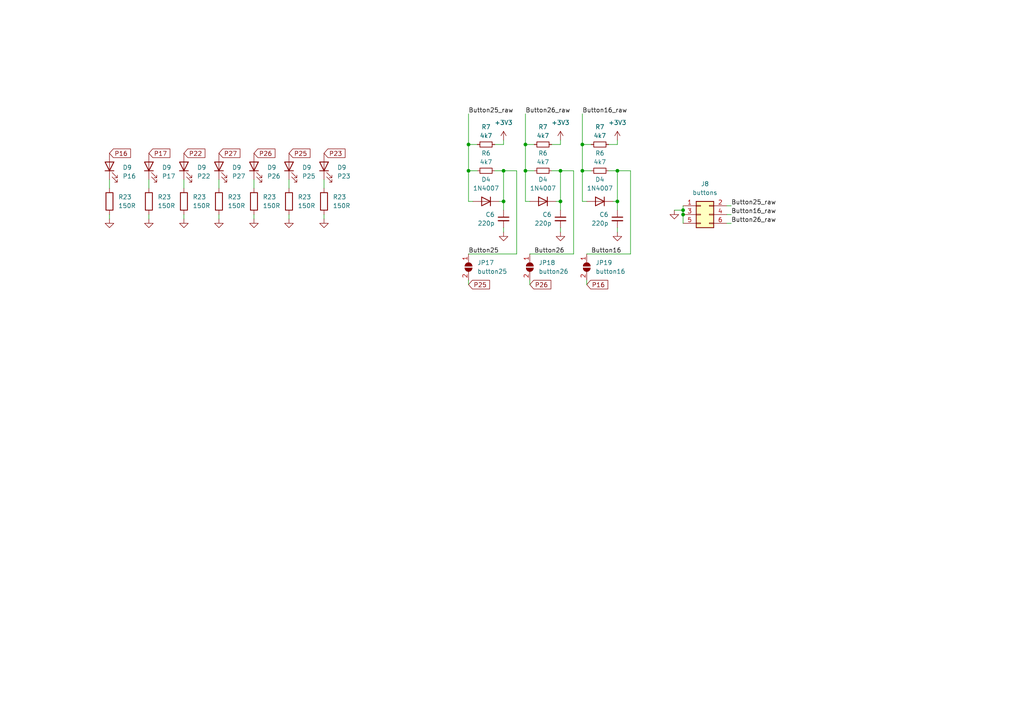
<source format=kicad_sch>
(kicad_sch (version 20231120) (generator "eeschema") (generator_version "8.0")
  (paper "A4")
  (lib_symbols
    (symbol "Connector_Generic:Conn_02x03_Odd_Even" (pin_names (offset 1.016) hide)
      (property "Reference" "J" (at 1.27 5.08 0))
      (property "Value" "Conn_02x03_Odd_Even" (at 1.27 -5.08 0))
      (symbol "Conn_02x03_Odd_Even_1_1"
        (rectangle (start -1.27 -2.413) (end 0 -2.667) (stroke (width 0.1524)))
        (rectangle (start -1.27 0.127) (end 0 -0.127) (stroke (width 0.1524)))
        (rectangle (start -1.27 2.667) (end 0 2.413) (stroke (width 0.1524)))
        (rectangle (start -1.27 3.81) (end 3.81 -3.81) (stroke (width 0.254)) (fill (type background)))
        (rectangle (start 3.81 -2.413) (end 2.54 -2.667) (stroke (width 0.1524)))
        (rectangle (start 3.81 0.127) (end 2.54 -0.127) (stroke (width 0.1524)))
        (rectangle (start 3.81 2.667) (end 2.54 2.413) (stroke (width 0.1524)))
        (pin passive line (at -5.08 2.54 0) (length 3.81) (name "Pin_1") (number "1"))
        (pin passive line (at 7.62 2.54 180) (length 3.81) (name "Pin_2") (number "2"))
        (pin passive line (at -5.08 0 0) (length 3.81) (name "Pin_3") (number "3"))
        (pin passive line (at 7.62 0 180) (length 3.81) (name "Pin_4") (number "4"))
        (pin passive line (at -5.08 -2.54 0) (length 3.81) (name "Pin_5") (number "5"))
        (pin passive line (at 7.62 -2.54 180) (length 3.81) (name "Pin_6") (number "6"))
      )
    )
    (symbol "Device:C_Small" (pin_numbers hide) (pin_names (offset 0.254) hide)
      (property "Reference" "C" (at 0.254 1.778 0))
      (property "Value" "C_Small" (at 0.254 -2.032 0))
      (symbol "C_Small_0_1"
        (polyline (pts (xy -1.524 -0.508) (xy 1.524 -0.508)) (stroke (width 0.3302)))
        (polyline (pts (xy -1.524 0.508) (xy 1.524 0.508)) (stroke (width 0.3048)))
      )
      (symbol "C_Small_1_1"
        (pin passive line (at 0 2.54 270) (length 2.032) (name "~") (number "1"))
        (pin passive line (at 0 -2.54 90) (length 2.032) (name "~") (number "2"))
      )
    )
    (symbol "Device:LED" (pin_numbers hide) (pin_names (offset 1.016) hide)
      (property "Reference" "D" (at 0 2.54 0))
      (property "Value" "LED" (at 0 -2.54 0))
      (symbol "LED_0_1"
        (polyline (pts (xy -1.27 -1.27) (xy -1.27 1.27)) (stroke (width 0.254)))
        (polyline (pts (xy -1.27 0) (xy 1.27 0)))
        (polyline (pts (xy 1.27 -1.27) (xy 1.27 1.27) (xy -1.27 0) (xy 1.27 -1.27)) (stroke (width 0.254)))
        (polyline (pts (xy -3.048 -0.762) (xy -4.572 -2.286) (xy -3.81 -2.286) (xy -4.572 -2.286) (xy -4.572 -1.524)))
        (polyline (pts (xy -1.778 -0.762) (xy -3.302 -2.286) (xy -2.54 -2.286) (xy -3.302 -2.286) (xy -3.302 -1.524)))
      )
      (symbol "LED_1_1"
        (pin passive line (at -3.81 0 0) (length 2.54) (name "K") (number "1"))
        (pin passive line (at 3.81 0 180) (length 2.54) (name "A") (number "2"))
      )
    )
    (symbol "Device:R" (pin_numbers hide) (pin_names (offset 0))
      (property "Reference" "R" (at 2.032 0 90))
      (property "Value" "R" (at 0 0 90))
      (symbol "R_0_1"
        (rectangle (start -1.016 -2.54) (end 1.016 2.54) (stroke (width 0.254)))
      )
      (symbol "R_1_1"
        (pin passive line (at 0 3.81 270) (length 1.27) (name "~") (number "1"))
        (pin passive line (at 0 -3.81 90) (length 1.27) (name "~") (number "2"))
      )
    )
    (symbol "Device:R_Small" (pin_numbers hide) (pin_names (offset 0.254) hide)
      (property "Reference" "R" (at 0.762 0.508 0))
      (property "Value" "R_Small" (at 0.762 -1.016 0))
      (symbol "R_Small_0_1"
        (rectangle (start -0.762 1.778) (end 0.762 -1.778) (stroke (width 0.2032)))
      )
      (symbol "R_Small_1_1"
        (pin passive line (at 0 2.54 270) (length 0.762) (name "~") (number "1"))
        (pin passive line (at 0 -2.54 90) (length 0.762) (name "~") (number "2"))
      )
    )
    (symbol "Diode:1N4007" (pin_numbers hide) (pin_names hide)
      (property "Reference" "D" (at 0 2.54 0))
      (property "Value" "1N4007" (at 0 -2.54 0))
      (symbol "1N4007_0_1"
        (polyline (pts (xy -1.27 1.27) (xy -1.27 -1.27)) (stroke (width 0.254)))
        (polyline (pts (xy 1.27 0) (xy -1.27 0)))
        (polyline (pts (xy 1.27 1.27) (xy 1.27 -1.27) (xy -1.27 0) (xy 1.27 1.27)) (stroke (width 0.254)))
      )
      (symbol "1N4007_1_1"
        (pin passive line (at -3.81 0 0) (length 2.54) (name "K") (number "1"))
        (pin passive line (at 3.81 0 180) (length 2.54) (name "A") (number "2"))
      )
    )
    (symbol "Jumper:SolderJumper_2_Open" (pin_names (offset 0) hide)
      (property "Reference" "JP" (at 0 2.032 0))
      (property "Value" "SolderJumper_2_Open" (at 0 -2.54 0))
      (symbol "SolderJumper_2_Open_0_1"
        (arc (start -0.254 1.016) (mid -1.2656 0) (end -0.254 -1.016))
        (arc (start -0.254 1.016) (mid -1.2656 0) (end -0.254 -1.016) (fill (type outline)))
        (polyline (pts (xy -0.254 1.016) (xy -0.254 -1.016)))
        (polyline (pts (xy 0.254 1.016) (xy 0.254 -1.016)))
        (arc (start 0.254 -1.016) (mid 1.2656 0) (end 0.254 1.016))
        (arc (start 0.254 -1.016) (mid 1.2656 0) (end 0.254 1.016) (fill (type outline)))
      )
      (symbol "SolderJumper_2_Open_1_1"
        (pin passive line (at -3.81 0 0) (length 2.54) (name "A") (number "1"))
        (pin passive line (at 3.81 0 180) (length 2.54) (name "B") (number "2"))
      )
    )
    (symbol "power:+3V3" (power) (pin_names (offset 0))
      (property "Value" "+3V3" (at 0 3.556 0))
      (symbol "+3V3_0_1"
        (polyline (pts (xy -0.762 1.27) (xy 0 2.54)))
        (polyline (pts (xy 0 0) (xy 0 2.54)))
        (polyline (pts (xy 0 2.54) (xy 0.762 1.27)))
      )
      (symbol "+3V3_1_1"
        (pin power_in line (at 0 0 90) (length 0) hide (name "+3V3") (number "1"))
      )
    )
    (symbol "power:GND" (power) (pin_names (offset 0))
      (property "Value" "GND" (at 0 -3.81 0))
      (symbol "GND_0_1"
        (polyline (pts (xy 0 0) (xy 0 -1.27) (xy 1.27 -1.27) (xy 0 -2.54) (xy -1.27 -1.27) (xy 0 -1.27)))
      )
      (symbol "GND_1_1"
        (pin power_in line (at 0 0 270) (length 0) hide (name "GND") (number "1"))
      )
    )
  )
  (junction (at 146.05 58.42))
  (junction (at 135.89 49.53))
  (junction (at 146.05 49.53))
  (junction (at 152.4 49.53))
  (junction (at 152.4 41.91))
  (junction (at 198.12 60.96))
  (junction (at 162.56 58.42))
  (junction (at 179.07 49.53))
  (junction (at 179.07 58.42))
  (junction (at 168.91 41.91))
  (junction (at 198.12 62.23))
  (junction (at 135.89 41.91))
  (junction (at 162.56 49.53))
  (junction (at 168.91 49.53))
  (wire (pts (xy 168.91 58.42) (xy 168.91 49.53)))
  (wire (pts (xy 63.5 63.5) (xy 63.5 62.23)))
  (wire (pts (xy 135.89 41.91) (xy 135.89 49.53)))
  (wire (pts (xy 179.07 58.42) (xy 179.07 60.96)))
  (wire (pts (xy 168.91 49.53) (xy 171.45 49.53)))
  (wire (pts (xy 146.05 58.42) (xy 146.05 60.96)))
  (wire (pts (xy 195.58 60.96) (xy 198.12 60.96)))
  (wire (pts (xy 212.09 62.23) (xy 210.82 62.23)))
  (wire (pts (xy 73.66 54.61) (xy 73.66 52.07)))
  (wire (pts (xy 152.4 58.42) (xy 152.4 49.53)))
  (wire (pts (xy 168.91 41.91) (xy 171.45 41.91)))
  (wire (pts (xy 212.09 59.69) (xy 210.82 59.69)))
  (wire (pts (xy 198.12 60.96) (xy 198.12 62.23)))
  (wire (pts (xy 93.98 54.61) (xy 93.98 52.07)))
  (wire (pts (xy 152.4 41.91) (xy 154.94 41.91)))
  (wire (pts (xy 135.89 33.02) (xy 135.89 41.91)))
  (wire (pts (xy 152.4 33.02) (xy 152.4 41.91)))
  (wire (pts (xy 135.89 58.42) (xy 135.89 49.53)))
  (wire (pts (xy 135.89 82.55) (xy 135.89 81.28)))
  (wire (pts (xy 168.91 58.42) (xy 170.18 58.42)))
  (wire (pts (xy 182.88 49.53) (xy 179.07 49.53)))
  (wire (pts (xy 212.09 64.77) (xy 210.82 64.77)))
  (wire (pts (xy 168.91 33.02) (xy 168.91 41.91)))
  (wire (pts (xy 162.56 41.91) (xy 160.02 41.91)))
  (wire (pts (xy 135.89 49.53) (xy 138.43 49.53)))
  (wire (pts (xy 162.56 66.04) (xy 162.56 67.31)))
  (wire (pts (xy 143.51 49.53) (xy 146.05 49.53)))
  (wire (pts (xy 198.12 62.23) (xy 198.12 64.77)))
  (wire (pts (xy 146.05 58.42) (xy 144.78 58.42)))
  (wire (pts (xy 53.34 63.5) (xy 53.34 62.23)))
  (wire (pts (xy 179.07 66.04) (xy 179.07 67.31)))
  (wire (pts (xy 152.4 58.42) (xy 153.67 58.42)))
  (wire (pts (xy 149.86 73.66) (xy 149.86 49.53)))
  (wire (pts (xy 170.18 82.55) (xy 170.18 81.28)))
  (wire (pts (xy 179.07 41.91) (xy 176.53 41.91)))
  (wire (pts (xy 160.02 49.53) (xy 162.56 49.53)))
  (wire (pts (xy 135.89 58.42) (xy 137.16 58.42)))
  (wire (pts (xy 73.66 63.5) (xy 73.66 62.23)))
  (wire (pts (xy 182.88 73.66) (xy 182.88 49.53)))
  (wire (pts (xy 153.67 73.66) (xy 166.37 73.66)))
  (wire (pts (xy 162.56 49.53) (xy 162.56 58.42)))
  (wire (pts (xy 176.53 49.53) (xy 179.07 49.53)))
  (wire (pts (xy 146.05 41.91) (xy 143.51 41.91)))
  (wire (pts (xy 135.89 73.66) (xy 149.86 73.66)))
  (wire (pts (xy 53.34 54.61) (xy 53.34 52.07)))
  (wire (pts (xy 43.18 63.5) (xy 43.18 62.23)))
  (wire (pts (xy 162.56 58.42) (xy 162.56 60.96)))
  (wire (pts (xy 152.4 41.91) (xy 152.4 49.53)))
  (wire (pts (xy 179.07 40.64) (xy 179.07 41.91)))
  (wire (pts (xy 153.67 82.55) (xy 153.67 81.28)))
  (wire (pts (xy 43.18 54.61) (xy 43.18 52.07)))
  (wire (pts (xy 149.86 49.53) (xy 146.05 49.53)))
  (wire (pts (xy 168.91 41.91) (xy 168.91 49.53)))
  (wire (pts (xy 31.75 63.5) (xy 31.75 62.23)))
  (wire (pts (xy 83.82 63.5) (xy 83.82 62.23)))
  (wire (pts (xy 31.75 54.61) (xy 31.75 52.07)))
  (wire (pts (xy 83.82 54.61) (xy 83.82 52.07)))
  (wire (pts (xy 166.37 49.53) (xy 162.56 49.53)))
  (wire (pts (xy 170.18 73.66) (xy 182.88 73.66)))
  (wire (pts (xy 135.89 41.91) (xy 138.43 41.91)))
  (wire (pts (xy 146.05 66.04) (xy 146.05 67.31)))
  (wire (pts (xy 179.07 49.53) (xy 179.07 58.42)))
  (wire (pts (xy 198.12 59.69) (xy 198.12 60.96)))
  (wire (pts (xy 93.98 63.5) (xy 93.98 62.23)))
  (wire (pts (xy 162.56 58.42) (xy 161.29 58.42)))
  (wire (pts (xy 63.5 54.61) (xy 63.5 52.07)))
  (wire (pts (xy 152.4 49.53) (xy 154.94 49.53)))
  (wire (pts (xy 162.56 40.64) (xy 162.56 41.91)))
  (wire (pts (xy 146.05 49.53) (xy 146.05 58.42)))
  (wire (pts (xy 166.37 73.66) (xy 166.37 49.53)))
  (wire (pts (xy 179.07 58.42) (xy 177.8 58.42)))
  (wire (pts (xy 146.05 40.64) (xy 146.05 41.91)))
  (label "Button26" (at 154.94 73.66 0))
  (label "Button26_raw" (at 212.09 64.77 0))
  (label "Button25_raw" (at 212.09 59.69 0))
  (label "Button25_raw" (at 135.89 33.02 0))
  (label "Button25" (at 135.89 73.66 0))
  (label "Button16" (at 171.45 73.66 0))
  (label "Button26_raw" (at 152.4 33.02 0))
  (label "Button16_raw" (at 168.91 33.02 0))
  (label "Button16_raw" (at 212.09 62.23 0))
  (global_label "P25" (shape input) (at 135.89 82.55 0) (property "Intersheetrefs" "${INTERSHEET_REFS}" (effects (hide yes))))
  (global_label "P27" (shape input) (at 63.5 44.45 0) (property "Intersheetrefs" "${INTERSHEET_REFS}" (effects (hide yes))))
  (global_label "P26" (shape input) (at 153.67 82.55 0) (property "Intersheetrefs" "${INTERSHEET_REFS}" (effects (hide yes))))
  (global_label "P26" (shape input) (at 73.66 44.45 0) (property "Intersheetrefs" "${INTERSHEET_REFS}" (effects (hide yes))))
  (global_label "P23" (shape input) (at 93.98 44.45 0) (property "Intersheetrefs" "${INTERSHEET_REFS}" (effects (hide yes))))
  (global_label "P16" (shape input) (at 170.18 82.55 0) (property "Intersheetrefs" "${INTERSHEET_REFS}" (effects (hide yes))))
  (global_label "P25" (shape input) (at 83.82 44.45 0) (property "Intersheetrefs" "${INTERSHEET_REFS}" (effects (hide yes))))
  (global_label "P17" (shape input) (at 43.18 44.45 0) (property "Intersheetrefs" "${INTERSHEET_REFS}" (effects (hide yes))))
  (global_label "P16" (shape input) (at 31.75 44.45 0) (property "Intersheetrefs" "${INTERSHEET_REFS}" (effects (hide yes))))
  (global_label "P22" (shape input) (at 53.34 44.45 0) (property "Intersheetrefs" "${INTERSHEET_REFS}" (effects (hide yes))))
  (symbol (lib_id "Diode:1N4007") (at 157.48 58.42 0) (mirror y) (unit 1)
    (property "Reference" "D4" (at 157.48 52.07 0))
    (property "Value" "1N4007" (at 157.48 54.61 0))
    (property "Footprint" "Diode_SMD:D_MiniMELF" (effects (hide yes)))
    (property "Datasheet" "http://www.vishay.com/docs/88503/1n4001.pdf" (effects (hide yes)))
    (property "Sim.Device" "D" (effects (hide yes)))
    (property "Sim.Pins" "1=K 2=A" (effects (hide yes)))
    (instances (project "rearbox_nucleo_1" (path "" (reference "D4") (unit 1))) (project "RpiHat" (path "" (reference "D9") (unit 1)) (path "" (reference "D11") (unit 1))))
  )
  (symbol (lib_id "Device:R") (at 63.5 58.42 0) (unit 1)
    (property "Reference" "R22" (at 66.04 57.15 0) (effects (justify left)))
    (property "Value" "150R" (at 66.04 59.69 0) (effects (justify left)))
    (property "Footprint" "Resistor_SMD:R_0603_1608Metric" (effects (hide yes)))
    (instances (project "rearbox_nucleo_1" (path "" (reference "R23") (unit 1)) (path "" (reference "R22") (unit 1))) (project "RpiHat" (path "" (reference "R26") (unit 1)) (path "" (reference "R34") (unit 1)) (path "" (reference "R7") (unit 1))) (project "BMS_MASTER_STM32F105RC" (path "" (reference "R17") (unit 1))))
  )
  (symbol (lib_id "Device:LED") (at 43.18 48.26 90) (unit 1)
    (property "Reference" "D5" (at 46.99 48.5775 90) (effects (justify right)))
    (property "Value" "P17" (at 46.99 51.1175 90) (effects (justify right)))
    (property "Footprint" "LED_SMD:LED_0603_1608Metric" (effects (hide yes)))
    (instances (project "rearbox_nucleo_1" (path "" (reference "D9") (unit 1)) (path "" (reference "D5") (unit 1))) (project "RpiHat" (path "" (reference "D21") (unit 1)) (path "" (reference "D14") (unit 1)) (path "" (reference "D4") (unit 1))) (project "BMS_MASTER_STM32F105RC" (path "" (reference "D1") (unit 1))))
  )
  (symbol (lib_id "Device:R") (at 83.82 58.42 0) (unit 1)
    (property "Reference" "R22" (at 86.36 57.15 0) (effects (justify left)))
    (property "Value" "150R" (at 86.36 59.69 0) (effects (justify left)))
    (property "Footprint" "Resistor_SMD:R_0603_1608Metric" (effects (hide yes)))
    (instances (project "rearbox_nucleo_1" (path "" (reference "R23") (unit 1)) (path "" (reference "R22") (unit 1))) (project "RpiHat" (path "" (reference "R28") (unit 1)) (path "" (reference "R36") (unit 1)) (path "" (reference "R7") (unit 1))) (project "BMS_MASTER_STM32F105RC" (path "" (reference "R17") (unit 1))))
  )
  (symbol (lib_id "Jumper:SolderJumper_2_Open") (at 135.89 77.47 270) (unit 1)
    (property "Reference" "JP17" (at 138.43 76.2 90) (effects (justify left)))
    (property "Value" "button25" (at 138.43 78.74 90) (effects (justify left)))
    (property "Footprint" "Jumper:SolderJumper-2_P1.3mm_Open_Pad1.0x1.5mm" (effects (hide yes)))
  )
  (symbol (lib_id "Connector_Generic:Conn_02x03_Odd_Even") (at 203.2 62.23 0) (unit 1)
    (property "Reference" "J8" (at 204.47 53.34 0))
    (property "Value" "buttons" (at 204.47 55.88 0))
    (property "Footprint" "Connector_IDC:IDC-Header_2x03_P2.54mm_Vertical" (effects (hide yes)))
  )
  (symbol (lib_id "Device:C_Small") (at 179.07 63.5 0) (mirror y) (unit 1)
    (property "Reference" "C6" (at 176.53 62.2363 0) (effects (justify left)))
    (property "Value" "220p" (at 176.53 64.7763 0) (effects (justify left)))
    (property "Footprint" "Capacitor_SMD:C_0805_2012Metric" (effects (hide yes)))
    (instances (project "rearbox_nucleo_1" (path "" (reference "C6") (unit 1))) (project "RpiHat" (path "" (reference "C13") (unit 1)) (path "" (reference "C15") (unit 1))))
  )
  (symbol (lib_id "power:GND") (at 93.98 63.5 0) (unit 1)
    (property "Reference" "#PWR0104" (effects (hide yes)))
    (property "Value" "GND" (effects (hide yes)))
    (instances (project "rearbox_nucleo_1" (path "" (reference "#PWR0128") (unit 1)) (path "" (reference "#PWR0104") (unit 1))) (project "RpiHat" (path "" (reference "#PWR065") (unit 1)) (path "" (reference "#PWR073") (unit 1)) (path "" (reference "#PWR029") (unit 1))) (project "BMS_MASTER_STM32F105RC" (path "" (reference "#PWR080") (unit 1))))
  )
  (symbol (lib_id "Device:R_Small") (at 173.99 41.91 90) (unit 1)
    (property "Reference" "R7" (at 173.99 36.83 90))
    (property "Value" "4k7" (at 173.99 39.37 90))
    (property "Footprint" "Resistor_SMD:R_0603_1608Metric" (effects (hide yes)))
    (instances (project "rearbox_nucleo_1" (path "" (reference "R7") (unit 1))) (project "RpiHat" (path "" (reference "R23") (unit 1)) (path "" (reference "R20") (unit 1))))
  )
  (symbol (lib_id "Diode:1N4007") (at 173.99 58.42 0) (mirror y) (unit 1)
    (property "Reference" "D4" (at 173.99 52.07 0))
    (property "Value" "1N4007" (at 173.99 54.61 0))
    (property "Footprint" "Diode_SMD:D_MiniMELF" (effects (hide yes)))
    (property "Datasheet" "http://www.vishay.com/docs/88503/1n4001.pdf" (effects (hide yes)))
    (property "Sim.Device" "D" (effects (hide yes)))
    (property "Sim.Pins" "1=K 2=A" (effects (hide yes)))
    (instances (project "rearbox_nucleo_1" (path "" (reference "D4") (unit 1))) (project "RpiHat" (path "" (reference "D10") (unit 1)) (path "" (reference "D12") (unit 1))))
  )
  (symbol (lib_id "power:GND") (at 73.66 63.5 0) (unit 1)
    (property "Reference" "#PWR0104" (effects (hide yes)))
    (property "Value" "GND" (effects (hide yes)))
    (instances (project "rearbox_nucleo_1" (path "" (reference "#PWR0128") (unit 1)) (path "" (reference "#PWR0104") (unit 1))) (project "RpiHat" (path "" (reference "#PWR062") (unit 1)) (path "" (reference "#PWR070") (unit 1)) (path "" (reference "#PWR029") (unit 1))) (project "BMS_MASTER_STM32F105RC" (path "" (reference "#PWR080") (unit 1))))
  )
  (symbol (lib_id "power:GND") (at 162.56 67.31 0) (unit 1)
    (property "Reference" "#PWR057" (effects (hide yes)))
    (property "Value" "GND" (effects (hide yes)))
    (instances (project "rearbox_nucleo_1" (path "" (reference "#PWR057") (unit 1))) (project "RpiHat" (path "" (reference "#PWR057") (unit 1)) (path "" (reference "#PWR062") (unit 1))))
  )
  (symbol (lib_id "Device:LED") (at 53.34 48.26 90) (unit 1)
    (property "Reference" "D5" (at 57.15 48.5775 90) (effects (justify right)))
    (property "Value" "P22" (at 57.15 51.1175 90) (effects (justify right)))
    (property "Footprint" "LED_SMD:LED_0603_1608Metric" (effects (hide yes)))
    (instances (project "rearbox_nucleo_1" (path "" (reference "D9") (unit 1)) (path "" (reference "D5") (unit 1))) (project "RpiHat" (path "" (reference "D11") (unit 1)) (path "" (reference "D15") (unit 1)) (path "" (reference "D4") (unit 1))) (project "BMS_MASTER_STM32F105RC" (path "" (reference "D1") (unit 1))))
  )
  (symbol (lib_id "Device:R") (at 73.66 58.42 0) (unit 1)
    (property "Reference" "R22" (at 76.2 57.15 0) (effects (justify left)))
    (property "Value" "150R" (at 76.2 59.69 0) (effects (justify left)))
    (property "Footprint" "Resistor_SMD:R_0603_1608Metric" (effects (hide yes)))
    (instances (project "rearbox_nucleo_1" (path "" (reference "R23") (unit 1)) (path "" (reference "R22") (unit 1))) (project "RpiHat" (path "" (reference "R27") (unit 1)) (path "" (reference "R35") (unit 1)) (path "" (reference "R7") (unit 1))) (project "BMS_MASTER_STM32F105RC" (path "" (reference "R17") (unit 1))))
  )
  (symbol (lib_id "power:GND") (at 195.58 60.96 0) (mirror y) (unit 1)
    (property "Reference" "#PWR057" (effects (hide yes)))
    (property "Value" "GND" (effects (hide yes)))
    (instances (project "rearbox_nucleo_1" (path "" (reference "#PWR057") (unit 1))) (project "RpiHat" (path "" (reference "#PWR059") (unit 1)) (path "" (reference "#PWR022") (unit 1))))
  )
  (symbol (lib_id "Device:LED") (at 83.82 48.26 90) (unit 1)
    (property "Reference" "D5" (at 87.63 48.5775 90) (effects (justify right)))
    (property "Value" "P25" (at 87.63 51.1175 90) (effects (justify right)))
    (property "Footprint" "LED_SMD:LED_0603_1608Metric" (effects (hide yes)))
    (instances (project "rearbox_nucleo_1" (path "" (reference "D9") (unit 1)) (path "" (reference "D5") (unit 1))) (project "RpiHat" (path "" (reference "D14") (unit 1)) (path "" (reference "D20") (unit 1)) (path "" (reference "D4") (unit 1))) (project "BMS_MASTER_STM32F105RC" (path "" (reference "D1") (unit 1))))
  )
  (symbol (lib_id "Device:R_Small") (at 157.48 41.91 90) (unit 1)
    (property "Reference" "R7" (at 157.48 36.83 90))
    (property "Value" "4k7" (at 157.48 39.37 90))
    (property "Footprint" "Resistor_SMD:R_0603_1608Metric" (effects (hide yes)))
    (instances (project "rearbox_nucleo_1" (path "" (reference "R7") (unit 1))) (project "RpiHat" (path "" (reference "R21") (unit 1)) (path "" (reference "R19") (unit 1))))
  )
  (symbol (lib_id "power:+3V3") (at 179.07 40.64 0) (unit 1)
    (property "Reference" "#PWR056" (effects (hide yes)))
    (property "Value" "+3V3" (at 179.07 35.56 0))
    (instances (project "rearbox_nucleo_1" (path "" (reference "#PWR056") (unit 1))) (project "RpiHat" (path "" (reference "#PWR058") (unit 1)) (path "" (reference "#PWR055") (unit 1))))
  )
  (symbol (lib_id "Device:R") (at 43.18 58.42 0) (unit 1)
    (property "Reference" "R22" (at 45.72 57.15 0) (effects (justify left)))
    (property "Value" "150R" (at 45.72 59.69 0) (effects (justify left)))
    (property "Footprint" "Resistor_SMD:R_0603_1608Metric" (effects (hide yes)))
    (instances (project "rearbox_nucleo_1" (path "" (reference "R23") (unit 1)) (path "" (reference "R22") (unit 1))) (project "RpiHat" (path "" (reference "R37") (unit 1)) (path "" (reference "R30") (unit 1)) (path "" (reference "R7") (unit 1))) (project "BMS_MASTER_STM32F105RC" (path "" (reference "R17") (unit 1))))
  )
  (symbol (lib_id "Device:R") (at 93.98 58.42 0) (unit 1)
    (property "Reference" "R22" (at 96.52 57.15 0) (effects (justify left)))
    (property "Value" "150R" (at 96.52 59.69 0) (effects (justify left)))
    (property "Footprint" "Resistor_SMD:R_0603_1608Metric" (effects (hide yes)))
    (instances (project "rearbox_nucleo_1" (path "" (reference "R23") (unit 1)) (path "" (reference "R22") (unit 1))) (project "RpiHat" (path "" (reference "R30") (unit 1)) (path "" (reference "R38") (unit 1)) (path "" (reference "R7") (unit 1))) (project "BMS_MASTER_STM32F105RC" (path "" (reference "R17") (unit 1))))
  )
  (symbol (lib_id "Device:LED") (at 73.66 48.26 90) (unit 1)
    (property "Reference" "D5" (at 77.47 48.5775 90) (effects (justify right)))
    (property "Value" "P26" (at 77.47 51.1175 90) (effects (justify right)))
    (property "Footprint" "LED_SMD:LED_0603_1608Metric" (effects (hide yes)))
    (instances (project "rearbox_nucleo_1" (path "" (reference "D9") (unit 1)) (path "" (reference "D5") (unit 1))) (project "RpiHat" (path "" (reference "D13") (unit 1)) (path "" (reference "D19") (unit 1)) (path "" (reference "D4") (unit 1))) (project "BMS_MASTER_STM32F105RC" (path "" (reference "D1") (unit 1))))
  )
  (symbol (lib_id "Device:R_Small") (at 140.97 41.91 90) (unit 1)
    (property "Reference" "R7" (at 140.97 36.83 90))
    (property "Value" "4k7" (at 140.97 39.37 90))
    (property "Footprint" "Resistor_SMD:R_0603_1608Metric" (effects (hide yes)))
    (instances (project "rearbox_nucleo_1" (path "" (reference "R7") (unit 1))) (project "RpiHat" (path "" (reference "R19") (unit 1)) (path "" (reference "R18") (unit 1))))
  )
  (symbol (lib_id "Diode:1N4007") (at 140.97 58.42 0) (mirror y) (unit 1)
    (property "Reference" "D4" (at 140.97 52.07 0))
    (property "Value" "1N4007" (at 140.97 54.61 0))
    (property "Footprint" "Diode_SMD:D_MiniMELF" (effects (hide yes)))
    (property "Datasheet" "http://www.vishay.com/docs/88503/1n4001.pdf" (effects (hide yes)))
    (property "Sim.Device" "D" (effects (hide yes)))
    (property "Sim.Pins" "1=K 2=A" (effects (hide yes)))
    (instances (project "rearbox_nucleo_1" (path "" (reference "D4") (unit 1))) (project "RpiHat" (path "" (reference "D8") (unit 1)) (path "" (reference "D10") (unit 1))))
  )
  (symbol (lib_id "power:+3V3") (at 162.56 40.64 0) (unit 1)
    (property "Reference" "#PWR056" (effects (hide yes)))
    (property "Value" "+3V3" (at 162.56 35.56 0))
    (instances (project "rearbox_nucleo_1" (path "" (reference "#PWR056") (unit 1))) (project "RpiHat" (path "" (reference "#PWR056") (unit 1)) (path "" (reference "#PWR054") (unit 1))))
  )
  (symbol (lib_id "power:GND") (at 83.82 63.5 0) (unit 1)
    (property "Reference" "#PWR0104" (effects (hide yes)))
    (property "Value" "GND" (effects (hide yes)))
    (instances (project "rearbox_nucleo_1" (path "" (reference "#PWR0128") (unit 1)) (path "" (reference "#PWR0104") (unit 1))) (project "RpiHat" (path "" (reference "#PWR063") (unit 1)) (path "" (reference "#PWR071") (unit 1)) (path "" (reference "#PWR029") (unit 1))) (project "BMS_MASTER_STM32F105RC" (path "" (reference "#PWR080") (unit 1))))
  )
  (symbol (lib_id "Jumper:SolderJumper_2_Open") (at 153.67 77.47 270) (unit 1)
    (property "Reference" "JP18" (at 156.21 76.2 90) (effects (justify left)))
    (property "Value" "button26" (at 156.21 78.74 90) (effects (justify left)))
    (property "Footprint" "Jumper:SolderJumper-2_P1.3mm_Open_Pad1.0x1.5mm" (effects (hide yes)))
  )
  (symbol (lib_id "Device:R_Small") (at 173.99 49.53 90) (unit 1)
    (property "Reference" "R6" (at 173.99 44.45 90))
    (property "Value" "4k7" (at 173.99 46.99 90))
    (property "Footprint" "Resistor_SMD:R_0603_1608Metric" (effects (hide yes)))
    (instances (project "rearbox_nucleo_1" (path "" (reference "R6") (unit 1))) (project "RpiHat" (path "" (reference "R24") (unit 1)) (path "" (reference "R28") (unit 1))))
  )
  (symbol (lib_id "Device:R") (at 31.75 58.42 0) (unit 1)
    (property "Reference" "R22" (at 34.29 57.15 0) (effects (justify left)))
    (property "Value" "150R" (at 34.29 59.69 0) (effects (justify left)))
    (property "Footprint" "Resistor_SMD:R_0603_1608Metric" (effects (hide yes)))
    (instances (project "rearbox_nucleo_1" (path "" (reference "R23") (unit 1)) (path "" (reference "R22") (unit 1))) (project "RpiHat" (path "" (reference "R38") (unit 1)) (path "" (reference "R29") (unit 1)) (path "" (reference "R7") (unit 1))) (project "BMS_MASTER_STM32F105RC" (path "" (reference "R17") (unit 1))))
  )
  (symbol (lib_id "Device:LED") (at 63.5 48.26 90) (unit 1)
    (property "Reference" "D5" (at 67.31 48.5775 90) (effects (justify right)))
    (property "Value" "P27" (at 67.31 51.1175 90) (effects (justify right)))
    (property "Footprint" "LED_SMD:LED_0603_1608Metric" (effects (hide yes)))
    (instances (project "rearbox_nucleo_1" (path "" (reference "D9") (unit 1)) (path "" (reference "D5") (unit 1))) (project "RpiHat" (path "" (reference "D12") (unit 1)) (path "" (reference "D16") (unit 1)) (path "" (reference "D4") (unit 1))) (project "BMS_MASTER_STM32F105RC" (path "" (reference "D1") (unit 1))))
  )
  (symbol (lib_id "power:GND") (at 43.18 63.5 0) (unit 1)
    (property "Reference" "#PWR0104" (effects (hide yes)))
    (property "Value" "GND" (effects (hide yes)))
    (instances (project "rearbox_nucleo_1" (path "" (reference "#PWR0128") (unit 1)) (path "" (reference "#PWR0104") (unit 1))) (project "RpiHat" (path "" (reference "#PWR072") (unit 1)) (path "" (reference "#PWR065") (unit 1)) (path "" (reference "#PWR029") (unit 1))) (project "BMS_MASTER_STM32F105RC" (path "" (reference "#PWR080") (unit 1))))
  )
  (symbol (lib_id "Device:R") (at 53.34 58.42 0) (unit 1)
    (property "Reference" "R22" (at 55.88 57.15 0) (effects (justify left)))
    (property "Value" "150R" (at 55.88 59.69 0) (effects (justify left)))
    (property "Footprint" "Resistor_SMD:R_0603_1608Metric" (effects (hide yes)))
    (instances (project "rearbox_nucleo_1" (path "" (reference "R23") (unit 1)) (path "" (reference "R22") (unit 1))) (project "RpiHat" (path "" (reference "R25") (unit 1)) (path "" (reference "R33") (unit 1)) (path "" (reference "R7") (unit 1))) (project "BMS_MASTER_STM32F105RC" (path "" (reference "R17") (unit 1))))
  )
  (symbol (lib_id "Jumper:SolderJumper_2_Open") (at 170.18 77.47 270) (unit 1)
    (property "Reference" "JP19" (at 172.72 76.2 90) (effects (justify left)))
    (property "Value" "button16" (at 172.72 78.74 90) (effects (justify left)))
    (property "Footprint" "Jumper:SolderJumper-2_P1.3mm_Open_Pad1.0x1.5mm" (effects (hide yes)))
  )
  (symbol (lib_id "power:GND") (at 63.5 63.5 0) (unit 1)
    (property "Reference" "#PWR0104" (effects (hide yes)))
    (property "Value" "GND" (effects (hide yes)))
    (instances (project "rearbox_nucleo_1" (path "" (reference "#PWR0128") (unit 1)) (path "" (reference "#PWR0104") (unit 1))) (project "RpiHat" (path "" (reference "#PWR060") (unit 1)) (path "" (reference "#PWR069") (unit 1)) (path "" (reference "#PWR029") (unit 1))) (project "BMS_MASTER_STM32F105RC" (path "" (reference "#PWR080") (unit 1))))
  )
  (symbol (lib_id "Device:R_Small") (at 140.97 49.53 90) (unit 1)
    (property "Reference" "R6" (at 140.97 44.45 90))
    (property "Value" "4k7" (at 140.97 46.99 90))
    (property "Footprint" "Resistor_SMD:R_0603_1608Metric" (effects (hide yes)))
    (instances (project "rearbox_nucleo_1" (path "" (reference "R6") (unit 1))) (project "RpiHat" (path "" (reference "R20") (unit 1)) (path "" (reference "R26") (unit 1))))
  )
  (symbol (lib_id "power:GND") (at 53.34 63.5 0) (unit 1)
    (property "Reference" "#PWR0104" (effects (hide yes)))
    (property "Value" "GND" (effects (hide yes)))
    (instances (project "rearbox_nucleo_1" (path "" (reference "#PWR0128") (unit 1)) (path "" (reference "#PWR0104") (unit 1))) (project "RpiHat" (path "" (reference "#PWR061") (unit 1)) (path "" (reference "#PWR068") (unit 1)) (path "" (reference "#PWR029") (unit 1))) (project "BMS_MASTER_STM32F105RC" (path "" (reference "#PWR080") (unit 1))))
  )
  (symbol (lib_id "power:GND") (at 179.07 67.31 0) (unit 1)
    (property "Reference" "#PWR057" (effects (hide yes)))
    (property "Value" "GND" (effects (hide yes)))
    (instances (project "rearbox_nucleo_1" (path "" (reference "#PWR057") (unit 1))) (project "RpiHat" (path "" (reference "#PWR059") (unit 1)) (path "" (reference "#PWR063") (unit 1))))
  )
  (symbol (lib_id "Device:C_Small") (at 162.56 63.5 0) (mirror y) (unit 1)
    (property "Reference" "C6" (at 160.02 62.2363 0) (effects (justify left)))
    (property "Value" "220p" (at 160.02 64.7763 0) (effects (justify left)))
    (property "Footprint" "Capacitor_SMD:C_0805_2012Metric" (effects (hide yes)))
    (instances (project "rearbox_nucleo_1" (path "" (reference "C6") (unit 1))) (project "RpiHat" (path "" (reference "C12") (unit 1)) (path "" (reference "C14") (unit 1))))
  )
  (symbol (lib_id "Device:LED") (at 93.98 48.26 90) (unit 1)
    (property "Reference" "D5" (at 97.79 48.5775 90) (effects (justify right)))
    (property "Value" "P23" (at 97.79 51.1175 90) (effects (justify right)))
    (property "Footprint" "LED_SMD:LED_0603_1608Metric" (effects (hide yes)))
    (instances (project "rearbox_nucleo_1" (path "" (reference "D9") (unit 1)) (path "" (reference "D5") (unit 1))) (project "RpiHat" (path "" (reference "D16") (unit 1)) (path "" (reference "D22") (unit 1)) (path "" (reference "D4") (unit 1))) (project "BMS_MASTER_STM32F105RC" (path "" (reference "D1") (unit 1))))
  )
  (symbol (lib_id "power:+3V3") (at 146.05 40.64 0) (unit 1)
    (property "Reference" "#PWR056" (effects (hide yes)))
    (property "Value" "+3V3" (at 146.05 35.56 0))
    (instances (project "rearbox_nucleo_1" (path "" (reference "#PWR056") (unit 1))) (project "RpiHat" (path "" (reference "#PWR054") (unit 1)) (path "" (reference "#PWR053") (unit 1))))
  )
  (symbol (lib_id "power:GND") (at 31.75 63.5 0) (unit 1)
    (property "Reference" "#PWR0104" (effects (hide yes)))
    (property "Value" "GND" (effects (hide yes)))
    (instances (project "rearbox_nucleo_1" (path "" (reference "#PWR0128") (unit 1)) (path "" (reference "#PWR0104") (unit 1))) (project "RpiHat" (path "" (reference "#PWR073") (unit 1)) (path "" (reference "#PWR064") (unit 1)) (path "" (reference "#PWR029") (unit 1))) (project "BMS_MASTER_STM32F105RC" (path "" (reference "#PWR080") (unit 1))))
  )
  (symbol (lib_id "Device:R_Small") (at 157.48 49.53 90) (unit 1)
    (property "Reference" "R6" (at 157.48 44.45 90))
    (property "Value" "4k7" (at 157.48 46.99 90))
    (property "Footprint" "Resistor_SMD:R_0603_1608Metric" (effects (hide yes)))
    (instances (project "rearbox_nucleo_1" (path "" (reference "R6") (unit 1))) (project "RpiHat" (path "" (reference "R22") (unit 1)) (path "" (reference "R27") (unit 1))))
  )
  (symbol (lib_id "power:GND") (at 146.05 67.31 0) (unit 1)
    (property "Reference" "#PWR057" (effects (hide yes)))
    (property "Value" "GND" (effects (hide yes)))
    (instances (project "rearbox_nucleo_1" (path "" (reference "#PWR057") (unit 1))) (project "RpiHat" (path "" (reference "#PWR055") (unit 1)) (path "" (reference "#PWR061") (unit 1))))
  )
  (symbol (lib_id "Device:C_Small") (at 146.05 63.5 0) (mirror y) (unit 1)
    (property "Reference" "C6" (at 143.51 62.2363 0) (effects (justify left)))
    (property "Value" "220p" (at 143.51 64.7763 0) (effects (justify left)))
    (property "Footprint" "Capacitor_SMD:C_0805_2012Metric" (effects (hide yes)))
    (instances (project "rearbox_nucleo_1" (path "" (reference "C6") (unit 1))) (project "RpiHat" (path "" (reference "C11") (unit 1)) (path "" (reference "C13") (unit 1))))
  )
  (symbol (lib_id "Device:LED") (at 31.75 48.26 90) (unit 1)
    (property "Reference" "D5" (at 35.56 48.5775 90) (effects (justify right)))
    (property "Value" "P16" (at 35.56 51.1175 90) (effects (justify right)))
    (property "Footprint" "LED_SMD:LED_0603_1608Metric" (effects (hide yes)))
    (instances (project "rearbox_nucleo_1" (path "" (reference "D9") (unit 1)) (path "" (reference "D5") (unit 1))) (project "RpiHat" (path "" (reference "D22") (unit 1)) (path "" (reference "D13") (unit 1)) (path "" (reference "D4") (unit 1))) (project "BMS_MASTER_STM32F105RC" (path "" (reference "D1") (unit 1))))
  )
)
</source>
